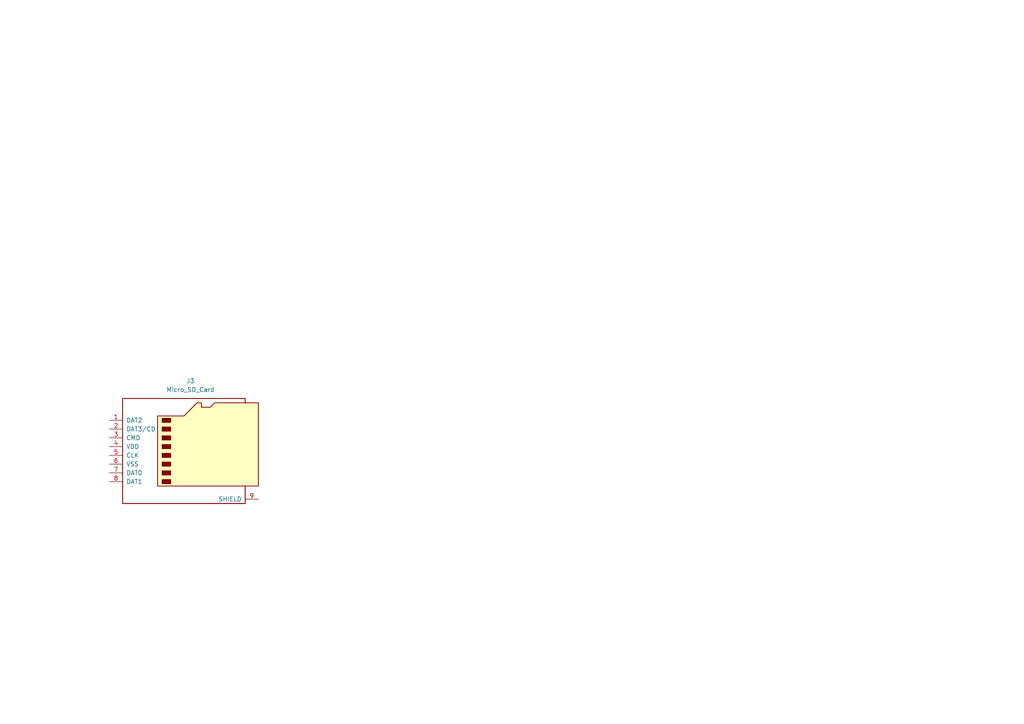
<source format=kicad_sch>
(kicad_sch (version 20250114) (generator "eeschema") (generator_version "9.0")
  (paper "A4")
  (title_block (title "Bugboard-1 D2000 mITX") (date "2025-05-23") (rev "1.0"))
  (lib_symbols
    (symbol "Connector:Micro_SD_Card" (pin_names (offset 1.016))
      (property "Reference" "J" (at -16.51 15.24 0))
      (property "Value" "Micro_SD_Card" (at 16.51 15.24 0))
      (symbol "Micro_SD_Card_0_1"
        (polyline (pts (xy -8.89 -11.43) (xy -8.89 8.89) (xy -1.27 8.89) (xy 2.54 12.7) (xy 3.81 12.7) (xy 3.81 11.43) (xy 6.35 11.43) (xy 7.62 12.7) (xy 20.32 12.7) (xy 20.32 -11.43) (xy -8.89 -11.43)) (stroke (width 0.254)) (fill (type background)))
        (rectangle (start -7.62 8.255) (end -5.08 6.985) (fill (type outline)))
        (rectangle (start -7.62 5.715) (end -5.08 4.445) (fill (type outline)))
        (rectangle (start -7.62 3.175) (end -5.08 1.905) (fill (type outline)))
        (rectangle (start -7.62 0.635) (end -5.08 -0.635) (fill (type outline)))
        (rectangle (start -7.62 -1.905) (end -5.08 -3.175) (fill (type outline)))
        (rectangle (start -7.62 -4.445) (end -5.08 -5.715) (fill (type outline)))
        (rectangle (start -7.62 -6.985) (end -5.08 -8.255) (fill (type outline)))
        (rectangle (start -7.62 -9.525) (end -5.08 -10.795) (fill (type outline)))
        (polyline (pts (xy 16.51 12.7) (xy 16.51 13.97) (xy -19.05 13.97) (xy -19.05 -16.51) (xy 16.51 -16.51) (xy 16.51 -11.43)) (stroke (width 0.254)))
      )
      (symbol "Micro_SD_Card_1_1"
        (pin bidirectional line (at -22.86 7.62 0) (length 3.81) (name "DAT2") (number "1"))
        (pin bidirectional line (at -22.86 5.08 0) (length 3.81) (name "DAT3/CD") (number "2"))
        (pin input line (at -22.86 2.54 0) (length 3.81) (name "CMD") (number "3"))
        (pin power_in line (at -22.86 0 0) (length 3.81) (name "VDD") (number "4"))
        (pin input line (at -22.86 -2.54 0) (length 3.81) (name "CLK") (number "5"))
        (pin power_in line (at -22.86 -5.08 0) (length 3.81) (name "VSS") (number "6"))
        (pin bidirectional line (at -22.86 -7.62 0) (length 3.81) (name "DAT0") (number "7"))
        (pin bidirectional line (at -22.86 -10.16 0) (length 3.81) (name "DAT1") (number "8"))
        (pin passive line (at 20.32 -15.24 180) (length 3.81) (name "SHIELD") (number "9"))
      )
    )
  )
  (symbol (lib_id "Connector:Micro_SD_Card") (at 54.61 129.54 0) (unit 1)
    (property "Reference" "J3" (at 55.245 110.49 0))
    (property "Value" "Micro_SD_Card" (at 55.245 113.03 0))
    (property "Footprint" "Connector_Card:microSD_HC_Wuerth_693072010801" (effects (hide yes)))
    (property "Datasheet" "https://www.we-online.com/components/products/datasheet/693072010801.pdf" (effects (hide yes)))
    (property "Description" "Micro SD Card Socket" (effects (hide yes)))
  )
)
</source>
